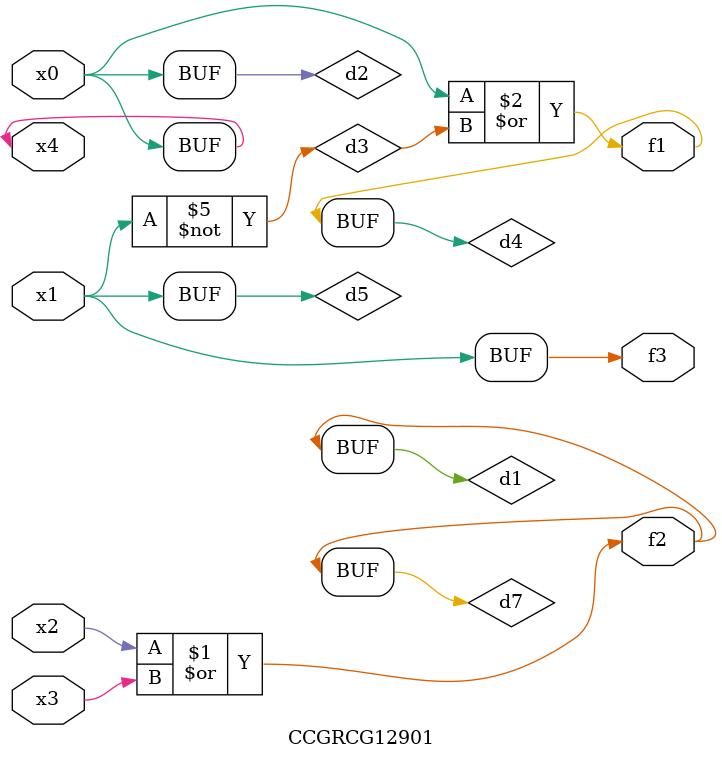
<source format=v>
module CCGRCG12901(
	input x0, x1, x2, x3, x4,
	output f1, f2, f3
);

	wire d1, d2, d3, d4, d5, d6, d7;

	or (d1, x2, x3);
	buf (d2, x0, x4);
	not (d3, x1);
	or (d4, d2, d3);
	not (d5, d3);
	nand (d6, d1, d3);
	or (d7, d1);
	assign f1 = d4;
	assign f2 = d7;
	assign f3 = d5;
endmodule

</source>
